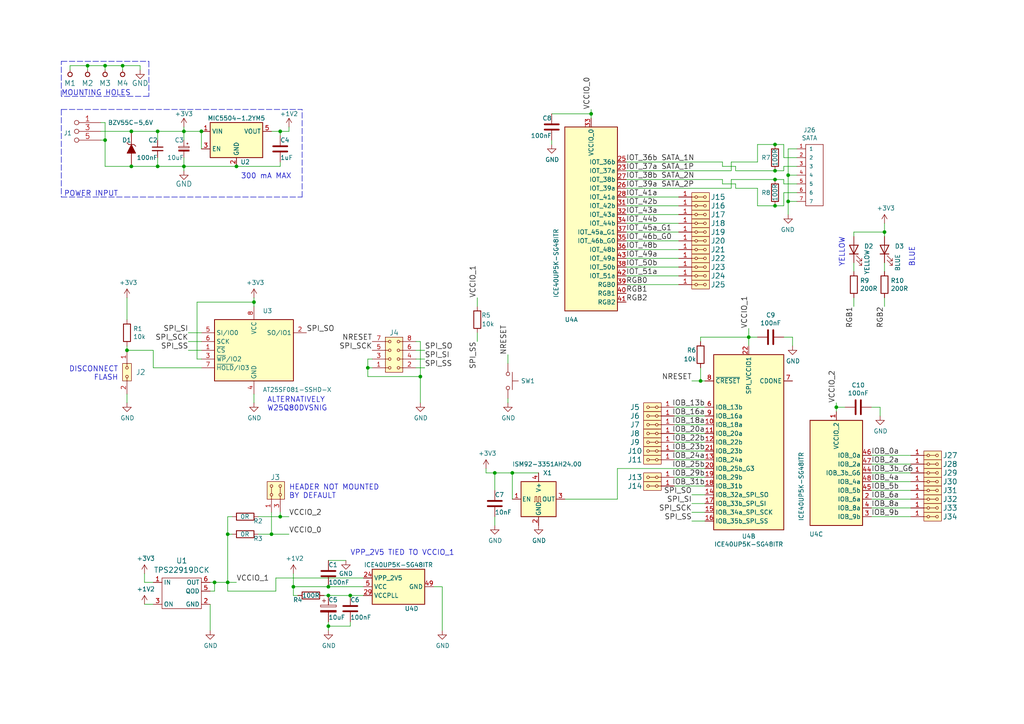
<source format=kicad_sch>
(kicad_sch (version 20211123) (generator eeschema)
  (paper "A4")
  (title_block (title "PROGLOG01A") (date "2022-02-13") (company "Mlab www.mlab.cz") (comment 1 "open source toolchain FPGA") (comment 3 "Povik"))
  (junction (at 95.25 172.72))
  (junction (at 217.17 97.79))
  (junction (at 106.68 106.68))
  (junction (at 256.54 67.31))
  (junction (at 148.59 137.16))
  (junction (at 228.6 58.42))
  (junction (at 95.25 170.18))
  (junction (at 81.28 38.1))
  (junction (at 53.34 38.1))
  (junction (at 38.1 38.1))
  (junction (at 62.23 168.91))
  (junction (at 171.45 33.02))
  (junction (at 228.6 50.8))
  (junction (at 143.51 137.16))
  (junction (at 25.4 19.05))
  (junction (at 36.83 101.6))
  (junction (at 224.79 49.53))
  (junction (at 35.56 19.05))
  (junction (at 224.79 41.91))
  (junction (at 66.04 168.91))
  (junction (at 85.09 170.18))
  (junction (at 38.1 48.26))
  (junction (at 224.79 59.69))
  (junction (at 45.72 48.26))
  (junction (at 81.28 149.86))
  (junction (at 78.74 154.94))
  (junction (at 73.66 87.63))
  (junction (at 30.48 19.05))
  (junction (at 30.48 40.64))
  (junction (at 68.58 48.26))
  (junction (at 101.6 172.72))
  (junction (at 95.25 181.61))
  (junction (at 66.04 154.94))
  (junction (at 45.72 38.1))
  (junction (at 224.79 52.07))
  (junction (at 121.92 109.22))
  (junction (at 242.57 118.11))
  (junction (at 58.42 38.1))
  (junction (at 203.2 110.49))
  (junction (at 53.34 48.26))
  (wire (pts (xy 58.42 99.06) (xy 54.61 99.06)))
  (wire (pts (xy 62.23 171.45) (xy 62.23 168.91)))
  (wire (pts (xy 229.87 97.79) (xy 229.87 100.33)))
  (wire (pts (xy 57.15 87.63) (xy 73.66 87.63)))
  (wire (pts (xy 181.61 49.53) (xy 212.09 49.53)))
  (wire (pts (xy 95.25 180.34) (xy 95.25 181.61)))
  (polyline (pts (xy 17.78 57.15) (xy 87.63 57.15)))
  (wire (pts (xy 30.48 20.32) (xy 30.48 19.05)))
  (polyline (pts (xy 43.18 27.94) (xy 17.78 27.94)))
  (wire (pts (xy 209.55 46.99) (xy 209.55 48.26)))
  (wire (pts (xy 40.64 20.32) (xy 40.64 19.05)))
  (wire (pts (xy 41.91 166.37) (xy 41.91 168.91)))
  (wire (pts (xy 66.04 154.94) (xy 67.31 154.94)))
  (wire (pts (xy 203.2 110.49) (xy 204.47 110.49)))
  (wire (pts (xy 204.47 133.35) (xy 195.58 133.35)))
  (wire (pts (xy 209.55 52.07) (xy 181.61 52.07)))
  (wire (pts (xy 227.33 41.91) (xy 224.79 41.91)))
  (wire (pts (xy 40.64 19.05) (xy 35.56 19.05)))
  (wire (pts (xy 247.65 67.31) (xy 247.65 68.58)))
  (wire (pts (xy 57.15 104.14) (xy 57.15 87.63)))
  (wire (pts (xy 209.55 53.34) (xy 213.36 53.34)))
  (wire (pts (xy 224.79 59.69) (xy 219.71 59.69)))
  (wire (pts (xy 252.73 118.11) (xy 255.27 118.11)))
  (wire (pts (xy 171.45 31.75) (xy 171.45 33.02)))
  (wire (pts (xy 93.98 172.72) (xy 95.25 172.72)))
  (wire (pts (xy 140.97 135.89) (xy 140.97 137.16)))
  (polyline (pts (xy 17.78 31.75) (xy 17.78 57.15)))
  (wire (pts (xy 85.09 166.37) (xy 85.09 170.18)))
  (wire (pts (xy 73.66 114.3) (xy 73.66 116.84)))
  (wire (pts (xy 228.6 58.42) (xy 231.14 58.42)))
  (wire (pts (xy 120.65 99.06) (xy 121.92 99.06)))
  (wire (pts (xy 181.61 80.01) (xy 196.85 80.01)))
  (wire (pts (xy 81.28 46.99) (xy 81.28 48.26)))
  (wire (pts (xy 45.72 48.26) (xy 53.34 48.26)))
  (wire (pts (xy 219.71 54.61) (xy 213.36 54.61)))
  (wire (pts (xy 95.25 181.61) (xy 101.6 181.61)))
  (wire (pts (xy 73.66 87.63) (xy 73.66 88.9)))
  (wire (pts (xy 256.54 86.36) (xy 256.54 88.9)))
  (wire (pts (xy 148.59 137.16) (xy 156.21 137.16)))
  (wire (pts (xy 181.61 62.23) (xy 196.85 62.23)))
  (wire (pts (xy 143.51 149.86) (xy 143.51 152.4)))
  (wire (pts (xy 20.32 19.05) (xy 20.32 20.32)))
  (wire (pts (xy 125.73 170.18) (xy 128.27 170.18)))
  (wire (pts (xy 29.21 38.1) (xy 38.1 38.1)))
  (wire (pts (xy 195.58 120.65) (xy 204.47 120.65)))
  (wire (pts (xy 227.33 49.53) (xy 227.33 48.26)))
  (wire (pts (xy 252.73 147.32) (xy 264.16 147.32)))
  (wire (pts (xy 203.2 99.06) (xy 203.2 97.79)))
  (wire (pts (xy 195.58 123.19) (xy 204.47 123.19)))
  (wire (pts (xy 78.74 148.59) (xy 78.74 154.94)))
  (wire (pts (xy 66.04 149.86) (xy 66.04 154.94)))
  (wire (pts (xy 147.32 115.57) (xy 147.32 116.84)))
  (wire (pts (xy 195.58 130.81) (xy 204.47 130.81)))
  (wire (pts (xy 73.66 87.63) (xy 73.66 86.36)))
  (wire (pts (xy 227.33 97.79) (xy 229.87 97.79)))
  (wire (pts (xy 181.61 74.93) (xy 196.85 74.93)))
  (wire (pts (xy 247.65 76.2) (xy 247.65 78.74)))
  (wire (pts (xy 181.61 77.47) (xy 196.85 77.47)))
  (wire (pts (xy 181.61 67.31) (xy 196.85 67.31)))
  (wire (pts (xy 120.65 101.6) (xy 123.19 101.6)))
  (wire (pts (xy 85.09 170.18) (xy 85.09 172.72)))
  (wire (pts (xy 228.6 43.18) (xy 228.6 50.8)))
  (wire (pts (xy 101.6 181.61) (xy 101.6 180.34)))
  (wire (pts (xy 204.47 148.59) (xy 200.66 148.59)))
  (wire (pts (xy 227.33 45.72) (xy 227.33 41.91)))
  (wire (pts (xy 36.83 92.71) (xy 36.83 86.36)))
  (wire (pts (xy 53.34 36.83) (xy 53.34 38.1)))
  (wire (pts (xy 54.61 96.52) (xy 58.42 96.52)))
  (wire (pts (xy 38.1 48.26) (xy 45.72 48.26)))
  (wire (pts (xy 231.14 55.88) (xy 227.33 55.88)))
  (wire (pts (xy 203.2 106.68) (xy 203.2 110.49)))
  (wire (pts (xy 256.54 67.31) (xy 247.65 67.31)))
  (wire (pts (xy 224.79 49.53) (xy 227.33 49.53)))
  (wire (pts (xy 227.33 59.69) (xy 224.79 59.69)))
  (wire (pts (xy 80.01 167.64) (xy 105.41 167.64)))
  (wire (pts (xy 138.43 86.36) (xy 138.43 88.9)))
  (wire (pts (xy 264.16 144.78) (xy 252.73 144.78)))
  (wire (pts (xy 58.42 106.68) (xy 44.45 106.68)))
  (wire (pts (xy 204.47 146.05) (xy 200.66 146.05)))
  (wire (pts (xy 100.33 162.56) (xy 95.25 162.56)))
  (wire (pts (xy 35.56 19.05) (xy 30.48 19.05)))
  (wire (pts (xy 217.17 95.25) (xy 217.17 97.79)))
  (wire (pts (xy 35.56 20.32) (xy 35.56 19.05)))
  (wire (pts (xy 212.09 46.99) (xy 219.71 46.99)))
  (wire (pts (xy 58.42 43.18) (xy 58.42 38.1)))
  (wire (pts (xy 45.72 45.72) (xy 45.72 48.26)))
  (wire (pts (xy 242.57 116.84) (xy 242.57 118.11)))
  (wire (pts (xy 62.23 168.91) (xy 60.96 168.91)))
  (polyline (pts (xy 17.78 31.75) (xy 87.63 31.75)))
  (wire (pts (xy 106.68 106.68) (xy 107.95 106.68)))
  (wire (pts (xy 203.2 97.79) (xy 217.17 97.79)))
  (wire (pts (xy 121.92 99.06) (xy 121.92 109.22)))
  (wire (pts (xy 95.25 172.72) (xy 101.6 172.72)))
  (wire (pts (xy 181.61 82.55) (xy 196.85 82.55)))
  (wire (pts (xy 242.57 118.11) (xy 242.57 119.38)))
  (wire (pts (xy 53.34 48.26) (xy 68.58 48.26)))
  (wire (pts (xy 30.48 40.64) (xy 30.48 48.26)))
  (wire (pts (xy 217.17 97.79) (xy 217.17 100.33)))
  (wire (pts (xy 143.51 137.16) (xy 148.59 137.16)))
  (wire (pts (xy 60.96 175.26) (xy 60.96 182.88)))
  (wire (pts (xy 121.92 109.22) (xy 121.92 116.84)))
  (wire (pts (xy 45.72 38.1) (xy 53.34 38.1)))
  (wire (pts (xy 53.34 48.26) (xy 53.34 49.53)))
  (wire (pts (xy 44.45 106.68) (xy 44.45 101.6)))
  (wire (pts (xy 25.4 19.05) (xy 20.32 19.05)))
  (wire (pts (xy 181.61 46.99) (xy 209.55 46.99)))
  (wire (pts (xy 123.19 104.14) (xy 120.65 104.14)))
  (wire (pts (xy 25.4 20.32) (xy 25.4 19.05)))
  (wire (pts (xy 181.61 69.85) (xy 196.85 69.85)))
  (polyline (pts (xy 17.78 27.94) (xy 17.78 17.78)))
  (wire (pts (xy 81.28 38.1) (xy 81.28 39.37)))
  (wire (pts (xy 38.1 38.1) (xy 45.72 38.1)))
  (wire (pts (xy 120.65 106.68) (xy 123.19 106.68)))
  (wire (pts (xy 147.32 105.41) (xy 147.32 102.87)))
  (wire (pts (xy 181.61 59.69) (xy 196.85 59.69)))
  (wire (pts (xy 45.72 38.1) (xy 45.72 40.64)))
  (wire (pts (xy 227.33 48.26) (xy 231.14 48.26)))
  (wire (pts (xy 160.02 40.64) (xy 160.02 41.91)))
  (wire (pts (xy 121.92 109.22) (xy 106.68 109.22)))
  (wire (pts (xy 107.95 104.14) (xy 106.68 104.14)))
  (wire (pts (xy 252.73 137.16) (xy 264.16 137.16)))
  (wire (pts (xy 217.17 97.79) (xy 219.71 97.79)))
  (wire (pts (xy 231.14 45.72) (xy 227.33 45.72)))
  (wire (pts (xy 74.93 154.94) (xy 78.74 154.94)))
  (wire (pts (xy 30.48 19.05) (xy 25.4 19.05)))
  (wire (pts (xy 200.66 110.49) (xy 203.2 110.49)))
  (wire (pts (xy 66.04 149.86) (xy 67.31 149.86)))
  (wire (pts (xy 256.54 67.31) (xy 256.54 68.58)))
  (wire (pts (xy 179.07 135.89) (xy 204.47 135.89)))
  (wire (pts (xy 255.27 118.11) (xy 255.27 120.65)))
  (wire (pts (xy 264.16 134.62) (xy 252.73 134.62)))
  (wire (pts (xy 53.34 45.72) (xy 53.34 48.26)))
  (wire (pts (xy 204.47 151.13) (xy 200.66 151.13)))
  (wire (pts (xy 247.65 86.36) (xy 247.65 88.9)))
  (wire (pts (xy 213.36 53.34) (xy 213.36 54.61)))
  (wire (pts (xy 231.14 53.34) (xy 227.33 53.34)))
  (polyline (pts (xy 43.18 17.78) (xy 43.18 27.94)))
  (wire (pts (xy 74.93 149.86) (xy 81.28 149.86)))
  (wire (pts (xy 256.54 64.77) (xy 256.54 67.31)))
  (wire (pts (xy 219.71 59.69) (xy 219.71 54.61)))
  (wire (pts (xy 29.21 40.64) (xy 30.48 40.64)))
  (wire (pts (xy 81.28 38.1) (xy 83.82 38.1)))
  (wire (pts (xy 41.91 168.91) (xy 44.45 168.91)))
  (wire (pts (xy 128.27 170.18) (xy 128.27 182.88)))
  (wire (pts (xy 181.61 54.61) (xy 212.09 54.61)))
  (wire (pts (xy 228.6 50.8) (xy 228.6 58.42)))
  (wire (pts (xy 54.61 101.6) (xy 58.42 101.6)))
  (wire (pts (xy 143.51 142.24) (xy 143.51 137.16)))
  (wire (pts (xy 66.04 168.91) (xy 66.04 171.45)))
  (wire (pts (xy 66.04 168.91) (xy 66.04 154.94)))
  (wire (pts (xy 80.01 171.45) (xy 66.04 171.45)))
  (wire (pts (xy 101.6 172.72) (xy 105.41 172.72)))
  (wire (pts (xy 212.09 52.07) (xy 212.09 54.61)))
  (wire (pts (xy 30.48 48.26) (xy 38.1 48.26)))
  (wire (pts (xy 264.16 149.86) (xy 252.73 149.86)))
  (wire (pts (xy 209.55 52.07) (xy 209.55 53.34)))
  (wire (pts (xy 160.02 33.02) (xy 171.45 33.02)))
  (wire (pts (xy 53.34 38.1) (xy 53.34 40.64)))
  (wire (pts (xy 95.25 181.61) (xy 95.25 182.88)))
  (wire (pts (xy 204.47 143.51) (xy 200.66 143.51)))
  (wire (pts (xy 228.6 50.8) (xy 231.14 50.8)))
  (wire (pts (xy 228.6 58.42) (xy 228.6 62.23)))
  (wire (pts (xy 227.33 55.88) (xy 227.33 59.69)))
  (polyline (pts (xy 17.78 17.78) (xy 43.18 17.78)))
  (wire (pts (xy 209.55 48.26) (xy 213.36 48.26)))
  (wire (pts (xy 85.09 172.72) (xy 86.36 172.72)))
  (wire (pts (xy 195.58 138.43) (xy 204.47 138.43)))
  (wire (pts (xy 224.79 41.91) (xy 219.71 41.91)))
  (wire (pts (xy 36.83 100.33) (xy 36.83 101.6)))
  (wire (pts (xy 85.09 170.18) (xy 95.25 170.18)))
  (wire (pts (xy 252.73 132.08) (xy 264.16 132.08)))
  (wire (pts (xy 195.58 140.97) (xy 204.47 140.97)))
  (wire (pts (xy 181.61 64.77) (xy 196.85 64.77)))
  (wire (pts (xy 264.16 139.7) (xy 252.73 139.7)))
  (wire (pts (xy 58.42 104.14) (xy 57.15 104.14)))
  (wire (pts (xy 181.61 57.15) (xy 196.85 57.15)))
  (wire (pts (xy 66.04 168.91) (xy 68.58 168.91)))
  (wire (pts (xy 30.48 35.56) (xy 30.48 40.64)))
  (wire (pts (xy 227.33 53.34) (xy 227.33 52.07)))
  (wire (pts (xy 204.47 128.27) (xy 195.58 128.27)))
  (wire (pts (xy 163.83 144.78) (xy 179.07 144.78)))
  (wire (pts (xy 44.45 101.6) (xy 36.83 101.6)))
  (wire (pts (xy 179.07 144.78) (xy 179.07 135.89)))
  (wire (pts (xy 143.51 137.16) (xy 140.97 137.16)))
  (wire (pts (xy 68.58 48.26) (xy 81.28 48.26)))
  (wire (pts (xy 106.68 109.22) (xy 106.68 106.68)))
  (wire (pts (xy 29.21 35.56) (xy 30.48 35.56)))
  (wire (pts (xy 181.61 72.39) (xy 196.85 72.39)))
  (wire (pts (xy 78.74 38.1) (xy 81.28 38.1)))
  (wire (pts (xy 256.54 76.2) (xy 256.54 78.74)))
  (wire (pts (xy 62.23 168.91) (xy 66.04 168.91)))
  (wire (pts (xy 171.45 33.02) (xy 171.45 34.29)))
  (wire (pts (xy 212.09 52.07) (xy 224.79 52.07)))
  (wire (pts (xy 213.36 48.26) (xy 213.36 49.53)))
  (wire (pts (xy 224.79 49.53) (xy 213.36 49.53)))
  (wire (pts (xy 195.58 125.73) (xy 204.47 125.73)))
  (wire (pts (xy 78.74 154.94) (xy 83.82 154.94)))
  (wire (pts (xy 106.68 104.14) (xy 106.68 106.68)))
  (wire (pts (xy 245.11 118.11) (xy 242.57 118.11)))
  (wire (pts (xy 41.91 175.26) (xy 44.45 175.26)))
  (polyline (pts (xy 87.63 57.15) (xy 87.63 31.75)))
  (wire (pts (xy 212.09 46.99) (xy 212.09 49.53)))
  (wire (pts (xy 219.71 41.91) (xy 219.71 46.99)))
  (wire (pts (xy 53.34 38.1) (xy 58.42 38.1)))
  (wire (pts (xy 36.83 114.3) (xy 36.83 116.84)))
  (wire (pts (xy 83.82 38.1) (xy 83.82 36.83)))
  (wire (pts (xy 195.58 118.11) (xy 204.47 118.11)))
  (wire (pts (xy 80.01 171.45) (xy 80.01 167.64)))
  (wire (pts (xy 227.33 52.07) (xy 224.79 52.07)))
  (wire (pts (xy 81.28 149.86) (xy 83.82 149.86)))
  (wire (pts (xy 138.43 96.52) (xy 138.43 99.06)))
  (wire (pts (xy 231.14 43.18) (xy 228.6 43.18)))
  (wire (pts (xy 60.96 171.45) (xy 62.23 171.45)))
  (wire (pts (xy 252.73 142.24) (xy 264.16 142.24)))
  (wire (pts (xy 148.59 137.16) (xy 148.59 144.78)))
  (wire (pts (xy 95.25 170.18) (xy 105.41 170.18)))
  (wire (pts (xy 81.28 149.86) (xy 81.28 148.59)))
  (text "HEADER NOT MOUNTED\nBY DEFAULT" (at 83.82 144.78 0) (effects (font (size 1.524 1.524)) (justify left bottom)))
  (text "VPP_2V5 TIED TO VCCIO_1" (at 101.6 161.29 0) (effects (font (size 1.524 1.524)) (justify left bottom)))
  (text "BLUE" (at 265.43 77.47 90) (effects (font (size 1.524 1.524)) (justify left bottom)))
  (text "MOUNTING HOLES" (at 17.78 27.94 0) (effects (font (size 1.524 1.524)) (justify left bottom)))
  (text "DISCONNECT\nFLASH" (at 34.29 110.49 180) (effects (font (size 1.524 1.524)) (justify right bottom)))
  (text "300 mA MAX" (at 69.85 52.07 0) (effects (font (size 1.524 1.524)) (justify left bottom)))
  (text "YELLOW" (at 245.11 77.47 90) (effects (font (size 1.524 1.524)) (justify left bottom)))
  (text "POWER INPUT" (at 34.29 57.15 180) (effects (font (size 1.524 1.524)) (justify right bottom)))
  (text "ALTERNATIVELY\nW25Q80DVSNIG" (at 77.47 119.38 0) (effects (font (size 1.524 1.524)) (justify left bottom)))
  (label "NRESET" (at 107.95 99.06 180) (effects (font (size 1.524 1.524))))
  (label "IOB_31b" (at 204.47 140.97 180) (effects (font (size 1.524 1.524))))
  (label "IOT_39a" (at 181.61 54.61 0) (effects (font (size 1.524 1.524))))
  (label "RGB2" (at 181.61 87.63 0) (effects (font (size 1.524 1.524))))
  (label "IOT_46b_G0" (at 181.61 69.85 0) (effects (font (size 1.524 1.524))))
  (label "RGB0" (at 181.61 82.55 0) (effects (font (size 1.524 1.524))))
  (label "IOB_4a" (at 252.73 139.7 0) (effects (font (size 1.524 1.524))))
  (label "IOT_38b" (at 181.61 52.07 0) (effects (font (size 1.524 1.524))))
  (label "SPI_SS" (at 54.61 101.6 180) (effects (font (size 1.524 1.524))))
  (label "IOB_5b" (at 252.73 142.24 0) (effects (font (size 1.524 1.524))))
  (label "NRESET" (at 200.66 110.49 180) (effects (font (size 1.524 1.524))))
  (label "IOT_49a" (at 181.61 74.93 0) (effects (font (size 1.524 1.524))))
  (label "IOB_9b" (at 252.73 149.86 0) (effects (font (size 1.524 1.524))))
  (label "IOT_44b" (at 181.61 64.77 0) (effects (font (size 1.524 1.524))))
  (label "SATA_2P" (at 191.77 54.61 0) (effects (font (size 1.524 1.524))))
  (label "IOB_25b" (at 204.47 135.89 180) (effects (font (size 1.524 1.524))))
  (label "IOB_24a" (at 204.47 133.35 180) (effects (font (size 1.524 1.524))))
  (label "IOB_13b" (at 204.47 118.11 180) (effects (font (size 1.524 1.524))))
  (label "SPI_SO" (at 88.9 96.52 0) (effects (font (size 1.524 1.524))))
  (label "VCCIO_2" (at 242.57 116.84 90) (effects (font (size 1.524 1.524))))
  (label "IOB_8a" (at 252.73 147.32 0) (effects (font (size 1.524 1.524))))
  (label "IOT_45a_G1" (at 181.61 67.31 0) (effects (font (size 1.524 1.524))))
  (label "SATA_2N" (at 191.77 52.07 0) (effects (font (size 1.524 1.524))))
  (label "IOT_41a" (at 181.61 57.15 0) (effects (font (size 1.524 1.524))))
  (label "IOB_20a" (at 204.47 125.73 180) (effects (font (size 1.524 1.524))))
  (label "RGB2" (at 256.54 88.9 270) (effects (font (size 1.524 1.524))))
  (label "SATA_1P" (at 191.77 49.53 0) (effects (font (size 1.524 1.524))))
  (label "SPI_SI" (at 54.61 96.52 180) (effects (font (size 1.524 1.524))))
  (label "IOB_3b_G6" (at 252.73 137.16 0) (effects (font (size 1.524 1.524))))
  (label "IOB_22b" (at 204.47 128.27 180) (effects (font (size 1.524 1.524))))
  (label "IOT_36b" (at 181.61 46.99 0) (effects (font (size 1.524 1.524))))
  (label "RGB1" (at 181.61 85.09 0) (effects (font (size 1.524 1.524))))
  (label "SPI_SCK" (at 107.95 101.6 180) (effects (font (size 1.524 1.524))))
  (label "SPI_SS" (at 138.43 99.06 270) (effects (font (size 1.524 1.524))))
  (label "IOT_37a" (at 181.61 49.53 0) (effects (font (size 1.524 1.524))))
  (label "NRESET" (at 147.32 102.87 90) (effects (font (size 1.524 1.524))))
  (label "VCCIO_0" (at 171.45 31.75 90) (effects (font (size 1.524 1.524))))
  (label "IOB_23b" (at 204.47 130.81 180) (effects (font (size 1.524 1.524))))
  (label "VCCIO_1" (at 138.43 86.36 90) (effects (font (size 1.524 1.524))))
  (label "IOT_51a" (at 181.61 80.01 0) (effects (font (size 1.524 1.524))))
  (label "VCCIO_0" (at 83.82 154.94 0) (effects (font (size 1.524 1.524))))
  (label "IOT_50b" (at 181.61 77.47 0) (effects (font (size 1.524 1.524))))
  (label "SPI_SO" (at 200.66 143.51 180) (effects (font (size 1.524 1.524))))
  (label "VCCIO_1" (at 68.58 168.91 0) (effects (font (size 1.524 1.524))))
  (label "IOB_18a" (at 204.47 123.19 180) (effects (font (size 1.524 1.524))))
  (label "VCCIO_2" (at 83.82 149.86 0) (effects (font (size 1.524 1.524))))
  (label "IOB_16a" (at 204.47 120.65 180) (effects (font (size 1.524 1.524))))
  (label "IOB_29b" (at 204.47 138.43 180) (effects (font (size 1.524 1.524))))
  (label "IOT_43a" (at 181.61 62.23 0) (effects (font (size 1.524 1.524))))
  (label "SPI_SO" (at 123.19 101.6 0) (effects (font (size 1.524 1.524))))
  (label "SPI_SS" (at 200.66 151.13 180) (effects (font (size 1.524 1.524))))
  (label "IOT_42b" (at 181.61 59.69 0) (effects (font (size 1.524 1.524))))
  (label "SATA_1N" (at 191.77 46.99 0) (effects (font (size 1.524 1.524))))
  (label "SPI_SI" (at 123.19 104.14 0) (effects (font (size 1.524 1.524))))
  (label "SPI_SS" (at 123.19 106.68 0) (effects (font (size 1.524 1.524))))
  (label "VCCIO_1" (at 217.17 95.25 90) (effects (font (size 1.524 1.524))))
  (label "SPI_SI" (at 200.66 146.05 180) (effects (font (size 1.524 1.524))))
  (label "SPI_SCK" (at 54.61 99.06 180) (effects (font (size 1.524 1.524))))
  (label "IOT_48b" (at 181.61 72.39 0) (effects (font (size 1.524 1.524))))
  (label "IOB_6a" (at 252.73 144.78 0) (effects (font (size 1.524 1.524))))
  (label "IOB_2a" (at 252.73 134.62 0) (effects (font (size 1.524 1.524))))
  (label "IOB_0a" (at 252.73 132.08 0) (effects (font (size 1.524 1.524))))
  (label "SPI_SCK" (at 200.66 148.59 180) (effects (font (size 1.524 1.524))))
  (label "RGB1" (at 247.65 88.9 270) (effects (font (size 1.524 1.524))))
  (symbol (lib_id "power:GND") (at 53.34 49.53 0) (mirror y) (unit 1)
    (property "Reference" "#PWR08" (effects hide))
    (property "Value" "GND" (at 53.34 53.34 0) (effects (font (size 1.524 1.524))))
  )
  (symbol (lib_id "MLAB_MECHANICAL:HOLE") (at 20.32 21.59 90) (unit 1)
    (property "Reference" "M1" (at 20.32 24.13 90) (effects (font (size 1.524 1.524))))
    (property "Value" "HOLE" (effects hide))
    (property "Footprint" "Mlab_Mechanical:MountingHole_3mm" (effects hide))
  )
  (symbol (lib_id "MLAB_MECHANICAL:HOLE") (at 25.4 21.59 90) (unit 1)
    (property "Reference" "M2" (at 25.4 24.13 90) (effects (font (size 1.524 1.524))))
    (property "Value" "HOLE" (effects hide))
    (property "Footprint" "Mlab_Mechanical:MountingHole_3mm" (effects hide))
  )
  (symbol (lib_id "MLAB_MECHANICAL:HOLE") (at 30.48 21.59 90) (unit 1)
    (property "Reference" "M3" (at 30.48 24.13 90) (effects (font (size 1.524 1.524))))
    (property "Value" "HOLE" (effects hide))
    (property "Footprint" "Mlab_Mechanical:MountingHole_3mm" (effects hide))
  )
  (symbol (lib_id "MLAB_MECHANICAL:HOLE") (at 35.56 21.59 90) (unit 1)
    (property "Reference" "M4" (at 35.56 24.13 90) (effects (font (size 1.524 1.524))))
    (property "Value" "HOLE" (effects hide))
    (property "Footprint" "Mlab_Mechanical:MountingHole_3mm" (effects hide))
  )
  (symbol (lib_id "power:GND") (at 40.64 20.32 0) (unit 1)
    (property "Reference" "#PWR05" (effects hide))
    (property "Value" "GND" (at 40.64 24.13 0) (effects (font (size 1.524 1.524))))
  )
  (symbol (lib_id "Device:C_Small") (at 45.72 43.18 0) (mirror y) (unit 1)
    (property "Reference" "C2" (at 45.72 40.64 0) (effects (justify left)))
    (property "Value" "100nF" (at 45.72 45.72 0) (effects (justify left)))
    (property "Footprint" "Mlab_R:SMD-0805" (effects hide))
    (property "UST_id" "C0805_100n" (effects hide))
    (property "UST_ID" "5c70984712875079b91f8b4c" (effects hide))
  )
  (symbol (lib_id "Device:CP_Small") (at 53.34 43.18 0) (mirror y) (unit 1)
    (property "Reference" "C3" (at 53.34 40.64 0) (effects (justify left)))
    (property "Value" "10uF" (at 53.34 45.72 0) (effects (justify left)))
    (property "Footprint" "Mlab_R:SMD-0805" (effects hide))
    (property "UST_ID" "5c70984812875079b91f8bbd" (effects hide))
  )
  (symbol (lib_id "MLAB_Jumpers:JUMP_3X2") (at 19.05 39.37 0) (mirror y) (unit 1)
    (property "Reference" "J1" (at 20.8534 38.608 0) (effects (justify left)))
    (property "Value" "JUMP_3X2" (effects hide))
    (property "Footprint" "Mlab_Pin_Headers:Straight_2x03" (effects hide))
  )
  (symbol (lib_id "MLAB_D:D_ZENER") (at 38.1 43.18 90) (mirror x) (unit 1)
    (property "Reference" "D1" (at 38.1 40.64 90) (effects (justify left)))
    (property "Value" "BZV55C-5,6V" (at 44.45 35.56 90) (effects (justify left)))
    (property "Footprint" "Mlab_D:Diode-MiniMELF_Standard" (effects hide))
    (property "UST_ID" "5c70984512875079b91f88b2" (effects hide))
  )
  (symbol (lib_id "PROGLOG01A-rescue:ICE40UP5K-SG48ITR-FPGA_Lattice") (at 171.45 62.23 0) (mirror y) (unit 1)
    (property "Reference" "U4" (at 167.64 92.71 0) (effects (justify left)))
    (property "Value" "ICE40UP5K-SG48ITR" (at 161.29 86.36 90) (effects (justify left)))
    (property "Footprint" "Package_DFN_QFN:QFN-48-1EP_7x7mm_P0.5mm_EP5.6x5.6mm" (effects hide))
    (property "Datasheet" "http://www.latticesemi.com/Products/FPGAandCPLD/iCE40Ultra" (effects hide))
    (property "UST_ID" "5dc504cb128750448eca1b12" (effects hide))
  )
  (symbol (lib_id "PROGLOG01A-rescue:ICE40UP5K-SG48ITR-FPGA_Lattice") (at 217.17 128.27 0) (unit 2)
    (property "Reference" "U4" (at 217.17 155.5496 0))
    (property "Value" "ICE40UP5K-SG48ITR" (at 217.17 157.861 0))
    (property "Footprint" "Package_DFN_QFN:QFN-48-1EP_7x7mm_P0.5mm_EP5.6x5.6mm" (effects hide))
    (property "Datasheet" "http://www.latticesemi.com/Products/FPGAandCPLD/iCE40Ultra" (effects hide))
    (property "UST_ID" "5dc504cb128750448eca1b12" (effects hide))
  )
  (symbol (lib_id "PROGLOG01A-rescue:ICE40UP5K-SG48ITR-FPGA_Lattice") (at 242.57 137.16 0) (mirror y) (unit 3)
    (property "Reference" "U4" (at 238.76 154.94 0) (effects (justify left)))
    (property "Value" "ICE40UP5K-SG48ITR" (at 232.41 151.13 90) (effects (justify left)))
    (property "Footprint" "Package_DFN_QFN:QFN-48-1EP_7x7mm_P0.5mm_EP5.6x5.6mm" (effects hide))
    (property "Datasheet" "http://www.latticesemi.com/Products/FPGAandCPLD/iCE40Ultra" (effects hide))
    (property "UST_ID" "5dc504cb128750448eca1b12" (effects hide))
  )
  (symbol (lib_id "PROGLOG01A-rescue:ICE40UP5K-SG48ITR-FPGA_Lattice") (at 115.57 170.18 90) (mirror x) (unit 4)
    (property "Reference" "U4" (at 119.38 176.53 90))
    (property "Value" "ICE40UP5K-SG48ITR" (at 115.57 163.83 90))
    (property "Footprint" "Package_DFN_QFN:QFN-48-1EP_7x7mm_P0.5mm_EP5.6x5.6mm" (effects hide))
    (property "Datasheet" "http://www.latticesemi.com/Products/FPGAandCPLD/iCE40Ultra" (effects hide))
    (property "UST_ID" "5dc504cb128750448eca1b12" (effects hide))
  )
  (symbol (lib_id "power:+1V2") (at 85.09 166.37 0) (unit 1)
    (property "Reference" "#PWR013" (effects hide))
    (property "Value" "+1V2" (at 85.471 161.9758 0))
  )
  (symbol (lib_id "Device:R") (at 90.17 172.72 270) (unit 1)
    (property "Reference" "R4" (at 86.36 173.99 90))
    (property "Value" "100R" (at 90.17 172.72 90))
    (property "Footprint" "Mlab_R:SMD-0805" (effects hide))
    (property "UST_ID" "5c70984512875079b91f8977" (effects hide))
  )
  (symbol (lib_id "Device:C") (at 101.6 176.53 0) (unit 1)
    (property "Reference" "C6" (at 101.6 173.99 0) (effects (justify left)))
    (property "Value" "100nF" (at 101.6 179.07 0) (effects (justify left)))
    (property "Footprint" "Mlab_R:SMD-0805" (effects hide))
    (property "UST_ID" "5c70984712875079b91f8b4c" (effects hide))
  )
  (symbol (lib_id "power:GND") (at 95.25 182.88 0) (unit 1)
    (property "Reference" "#PWR014" (effects hide))
    (property "Value" "GND" (at 95.377 187.2742 0))
  )
  (symbol (lib_id "power:GND") (at 128.27 182.88 0) (unit 1)
    (property "Reference" "#PWR016" (effects hide))
    (property "Value" "GND" (at 128.397 187.2742 0))
  )
  (symbol (lib_id "power:+3V3") (at 256.54 64.77 0) (unit 1)
    (property "Reference" "#PWR022" (effects hide))
    (property "Value" "+3V3" (at 256.921 60.3758 0))
  )
  (symbol (lib_id "Device:LED") (at 256.54 72.39 90) (unit 1)
    (property "Reference" "D3" (at 259.5118 71.4248 90) (effects (justify right)))
    (property "Value" "BLUE" (at 260.35 73.66 0) (effects (justify right)))
    (property "Footprint" "Mlab_D:LED_1206" (effects hide))
    (property "UST_ID" "5c70984512875079b91f8898" (effects hide))
  )
  (symbol (lib_id "Device:LED") (at 247.65 72.39 90) (unit 1)
    (property "Reference" "D2" (at 250.6218 71.4248 90) (effects (justify right)))
    (property "Value" "YELLOW" (at 251.46 72.39 0) (effects (justify right)))
    (property "Footprint" "Mlab_D:LED_1206" (effects hide))
    (property "UST_ID" "5c70984412875079b91f8897" (effects hide))
  )
  (symbol (lib_id "Device:R") (at 247.65 82.55 0) (unit 1)
    (property "Reference" "R9" (at 249.428 81.3816 0) (effects (justify left)))
    (property "Value" "200R" (at 249.428 83.693 0) (effects (justify left)))
    (property "Footprint" "Mlab_R:SMD-0805" (effects hide))
    (property "UST_ID" "5c70984512875079b91f897d" (effects hide))
  )
  (symbol (lib_id "Device:R") (at 256.54 82.55 0) (unit 1)
    (property "Reference" "R10" (at 258.318 81.3816 0) (effects (justify left)))
    (property "Value" "200R" (at 258.318 83.693 0) (effects (justify left)))
    (property "Footprint" "Mlab_R:SMD-0805" (effects hide))
    (property "UST_ID" "5c70984512875079b91f897d" (effects hide))
  )
  (symbol (lib_id "power:+3V3") (at 41.91 166.37 0) (unit 1)
    (property "Reference" "#PWR01" (effects hide))
    (property "Value" "+3V3" (at 42.291 161.9758 0))
  )
  (symbol (lib_id "power:GND") (at 60.96 182.88 0) (unit 1)
    (property "Reference" "#PWR09" (effects hide))
    (property "Value" "GND" (at 61.087 187.2742 0))
  )
  (symbol (lib_id "Device:R") (at 138.43 92.71 0) (unit 1)
    (property "Reference" "R5" (at 140.97 91.44 0))
    (property "Value" "10k" (at 139.7 93.98 0) (effects (justify left)))
    (property "Footprint" "Mlab_R:SMD-0805" (effects hide))
    (property "UST_ID" "5c70984612875079b91f899f" (effects hide))
  )
  (symbol (lib_id "MLAB_HEADER:HEADER_2x04") (at 114.3 102.87 0) (mirror x) (unit 1)
    (property "Reference" "J4" (at 114.3 96.52 0) (effects (font (size 1.524 1.524))))
    (property "Value" "HEADER_2x04" (effects hide))
    (property "Footprint" "Mlab_Pin_Headers:Straight_2x04" (effects hide))
  )
  (symbol (lib_id "Switch:SW_Push") (at 147.32 110.49 270) (unit 1)
    (property "Reference" "SW1" (at 151.0792 110.49 90) (effects (justify left)))
    (property "Value" "SW_Push" (effects hide))
    (property "Footprint" "Mlab_SW:SW_PUSH_SMALL" (effects hide))
    (property "UST_ID" "5c70984712875079b91f8ad1" (effects hide))
  )
  (symbol (lib_id "Device:R") (at 203.2 102.87 0) (unit 1)
    (property "Reference" "R6" (at 201.93 101.6 0) (effects (justify right)))
    (property "Value" "10k" (at 201.93 104.14 0) (effects (justify right)))
    (property "Footprint" "Mlab_R:SMD-0805" (effects hide))
    (property "UST_ID" "5c70984612875079b91f899f" (effects hide))
  )
  (symbol (lib_id "Oscillator:XO91") (at 156.21 144.78 0) (unit 1)
    (property "Reference" "X1" (at 157.48 137.16 0) (effects (justify left)))
    (property "Value" "ISM92-3351AH24.00" (at 148.59 134.62 0) (effects (justify left)))
    (property "Footprint" "Mlab_XTAL:ISM92" (effects hide))
    (property "Datasheet" "http://cdn-reichelt.de/documents/datenblatt/B400/XO91.pdf" (effects hide))
    (property "UST_ID" "5c70984712875079b91f8b18" (effects hide))
  )
  (symbol (lib_id "Device:C") (at 143.51 146.05 0) (unit 1)
    (property "Reference" "C7" (at 143.51 143.51 0) (effects (justify left)))
    (property "Value" "10nF" (at 143.51 148.59 0) (effects (justify left)))
    (property "Footprint" "Mlab_R:SMD-0805" (effects hide))
    (property "UST_ID" "5c70984712875079b91f8b49" (effects hide))
  )
  (symbol (lib_id "power:GND") (at 156.21 152.4 0) (unit 1)
    (property "Reference" "#PWR020" (effects hide))
    (property "Value" "GND" (at 156.337 156.7942 0))
  )
  (symbol (lib_id "power:GND") (at 143.51 152.4 0) (unit 1)
    (property "Reference" "#PWR018" (effects hide))
    (property "Value" "GND" (at 143.637 156.7942 0))
  )
  (symbol (lib_id "MLAB_HEADER:HEADER_2x01_PARALLEL") (at 203.2 57.15 0) (unit 1)
    (property "Reference" "J15" (at 208.28 57.15 0) (effects (font (size 1.524 1.524))))
    (property "Value" "HEADER_2x01_PARALLEL" (effects hide))
    (property "Footprint" "Mlab_Pin_Headers:Straight_2x01" (effects hide))
  )
  (symbol (lib_id "MLAB_HEADER:HEADER_2x01_PARALLEL") (at 203.2 59.69 0) (unit 1)
    (property "Reference" "J16" (at 208.28 59.69 0) (effects (font (size 1.524 1.524))))
    (property "Value" "HEADER_2x01_PARALLEL" (effects hide))
    (property "Footprint" "Mlab_Pin_Headers:Straight_2x01" (effects hide))
  )
  (symbol (lib_id "MLAB_HEADER:HEADER_2x01_PARALLEL") (at 203.2 62.23 0) (unit 1)
    (property "Reference" "J17" (at 208.28 62.23 0) (effects (font (size 1.524 1.524))))
    (property "Value" "HEADER_2x01_PARALLEL" (effects hide))
    (property "Footprint" "Mlab_Pin_Headers:Straight_2x01" (effects hide))
  )
  (symbol (lib_id "MLAB_HEADER:HEADER_2x01_PARALLEL") (at 203.2 64.77 0) (unit 1)
    (property "Reference" "J18" (at 208.28 64.77 0) (effects (font (size 1.524 1.524))))
    (property "Value" "HEADER_2x01_PARALLEL" (effects hide))
    (property "Footprint" "Mlab_Pin_Headers:Straight_2x01" (effects hide))
  )
  (symbol (lib_id "MLAB_HEADER:HEADER_2x01_PARALLEL") (at 203.2 67.31 0) (unit 1)
    (property "Reference" "J19" (at 208.28 67.31 0) (effects (font (size 1.524 1.524))))
    (property "Value" "HEADER_2x01_PARALLEL" (effects hide))
    (property "Footprint" "Mlab_Pin_Headers:Straight_2x01" (effects hide))
  )
  (symbol (lib_id "MLAB_HEADER:HEADER_2x01_PARALLEL") (at 203.2 69.85 0) (unit 1)
    (property "Reference" "J20" (at 208.28 69.85 0) (effects (font (size 1.524 1.524))))
    (property "Value" "HEADER_2x01_PARALLEL" (effects hide))
    (property "Footprint" "Mlab_Pin_Headers:Straight_2x01" (effects hide))
  )
  (symbol (lib_id "MLAB_HEADER:HEADER_2x01_PARALLEL") (at 203.2 72.39 0) (unit 1)
    (property "Reference" "J21" (at 208.28 72.39 0) (effects (font (size 1.524 1.524))))
    (property "Value" "HEADER_2x01_PARALLEL" (effects hide))
    (property "Footprint" "Mlab_Pin_Headers:Straight_2x01" (effects hide))
  )
  (symbol (lib_id "MLAB_HEADER:HEADER_2x01_PARALLEL") (at 203.2 74.93 0) (unit 1)
    (property "Reference" "J22" (at 208.28 74.93 0) (effects (font (size 1.524 1.524))))
    (property "Value" "HEADER_2x01_PARALLEL" (effects hide))
    (property "Footprint" "Mlab_Pin_Headers:Straight_2x01" (effects hide))
  )
  (symbol (lib_id "MLAB_HEADER:HEADER_2x01_PARALLEL") (at 203.2 77.47 0) (unit 1)
    (property "Reference" "J23" (at 208.28 77.47 0) (effects (font (size 1.524 1.524))))
    (property "Value" "HEADER_2x01_PARALLEL" (effects hide))
    (property "Footprint" "Mlab_Pin_Headers:Straight_2x01" (effects hide))
  )
  (symbol (lib_id "MLAB_HEADER:HEADER_2x01_PARALLEL") (at 203.2 80.01 0) (unit 1)
    (property "Reference" "J24" (at 208.28 80.01 0) (effects (font (size 1.524 1.524))))
    (property "Value" "HEADER_2x01_PARALLEL" (effects hide))
    (property "Footprint" "Mlab_Pin_Headers:Straight_2x01" (effects hide))
  )
  (symbol (lib_id "MLAB_HEADER:HEADER_2x01_PARALLEL") (at 203.2 82.55 0) (unit 1)
    (property "Reference" "J25" (at 208.28 82.55 0) (effects (font (size 1.524 1.524))))
    (property "Value" "HEADER_2x01_PARALLEL" (effects hide))
    (property "Footprint" "Mlab_Pin_Headers:Straight_2x01" (effects hide))
  )
  (symbol (lib_id "MLAB_HEADER:HEADER_2x01_PARALLEL") (at 270.51 132.08 0) (unit 1)
    (property "Reference" "J27" (at 275.59 132.08 0) (effects (font (size 1.524 1.524))))
    (property "Value" "HEADER_2x01_PARALLEL" (effects hide))
    (property "Footprint" "Mlab_Pin_Headers:Straight_2x01" (effects hide))
  )
  (symbol (lib_id "MLAB_HEADER:HEADER_2x01_PARALLEL") (at 270.51 134.62 0) (unit 1)
    (property "Reference" "J28" (at 275.59 134.62 0) (effects (font (size 1.524 1.524))))
    (property "Value" "HEADER_2x01_PARALLEL" (effects hide))
    (property "Footprint" "Mlab_Pin_Headers:Straight_2x01" (effects hide))
  )
  (symbol (lib_id "power:+3V3") (at 53.34 36.83 0) (mirror y) (unit 1)
    (property "Reference" "#PWR07" (effects hide))
    (property "Value" "+3V3" (at 53.34 33.02 0))
  )
  (symbol (lib_id "Device:C") (at 160.02 36.83 0) (unit 1)
    (property "Reference" "C8" (at 160.02 34.29 0) (effects (justify right)))
    (property "Value" "100nF" (at 160.02 39.37 0) (effects (justify right)))
    (property "Footprint" "Mlab_R:SMD-0805" (effects hide))
    (property "UST_ID" "5c70984712875079b91f8b4c" (effects hide))
  )
  (symbol (lib_id "power:GND") (at 160.02 41.91 0) (unit 1)
    (property "Reference" "#PWR0101" (effects hide))
    (property "Value" "GND" (at 160.147 46.3042 0))
  )
  (symbol (lib_id "Device:C") (at 223.52 97.79 270) (unit 1)
    (property "Reference" "C9" (at 223.52 91.3892 90))
    (property "Value" "100nF" (at 223.52 93.7006 90))
    (property "Footprint" "Mlab_R:SMD-0805" (effects hide))
    (property "UST_ID" "5c70984712875079b91f8b4c" (effects hide))
  )
  (symbol (lib_id "Regulator_Linear:MIC5504-1.2YM5") (at 68.58 40.64 0) (unit 1)
    (property "Reference" "U2" (at 71.12 46.99 0))
    (property "Value" "MIC5504-1.2YM5" (at 68.58 34.29 0))
    (property "Footprint" "Package_TO_SOT_SMD:SOT-23-5_HandSoldering" (effects hide))
    (property "Datasheet" "http://ww1.microchip.com/downloads/en/DeviceDoc/MIC550X.pdf" (effects hide))
    (property "UST_ID" "5dc5036e128750448eca1af0" (effects hide))
  )
  (symbol (lib_id "Device:C") (at 95.25 166.37 0) (unit 1)
    (property "Reference" "C1" (at 95.25 163.83 0) (effects (justify left)))
    (property "Value" "100nF" (at 95.25 168.91 0) (effects (justify left)))
    (property "Footprint" "Mlab_R:SMD-0805" (effects hide))
    (property "UST_ID" "5c70984712875079b91f8b4c" (effects hide))
  )
  (symbol (lib_id "power:GND") (at 100.33 162.56 0) (unit 1)
    (property "Reference" "#PWR02" (effects hide))
    (property "Value" "GND" (at 100.33 166.37 0))
  )
  (symbol (lib_id "power:+1V2") (at 83.82 36.83 0) (unit 1)
    (property "Reference" "#PWR012" (effects hide))
    (property "Value" "+1V2" (at 83.82 33.02 0))
  )
  (symbol (lib_id "Device:C") (at 81.28 43.18 0) (unit 1)
    (property "Reference" "C4" (at 81.28 40.64 0) (effects (justify left)))
    (property "Value" "1uF" (at 81.28 45.72 0) (effects (justify left)))
    (property "Footprint" "Mlab_R:SMD-0805" (effects hide))
    (property "UST_ID" "5c70984812875079b91f8bc2" (effects hide))
  )
  (symbol (lib_id "power:GND") (at 229.87 100.33 0) (unit 1)
    (property "Reference" "#PWR0102" (effects hide))
    (property "Value" "GND" (at 229.997 104.7242 0))
  )
  (symbol (lib_id "Device:C") (at 248.92 118.11 270) (unit 1)
    (property "Reference" "C10" (at 248.92 111.7092 90))
    (property "Value" "100nF" (at 248.92 114.0206 90))
    (property "Footprint" "Mlab_R:SMD-0805" (effects hide))
    (property "UST_ID" "5c70984712875079b91f8b4c" (effects hide))
  )
  (symbol (lib_id "power:GND") (at 255.27 120.65 0) (unit 1)
    (property "Reference" "#PWR0103" (effects hide))
    (property "Value" "GND" (at 255.397 125.0442 0))
  )
  (symbol (lib_id "MLAB_HEADER:HEADER_2x01_PARALLEL") (at 270.51 137.16 0) (unit 1)
    (property "Reference" "J29" (at 275.59 137.16 0) (effects (font (size 1.524 1.524))))
    (property "Value" "HEADER_2x01_PARALLEL" (effects hide))
    (property "Footprint" "Mlab_Pin_Headers:Straight_2x01" (effects hide))
  )
  (symbol (lib_id "MLAB_HEADER:HEADER_2x01_PARALLEL") (at 270.51 139.7 0) (unit 1)
    (property "Reference" "J30" (at 275.59 139.7 0) (effects (font (size 1.524 1.524))))
    (property "Value" "HEADER_2x01_PARALLEL" (effects hide))
    (property "Footprint" "Mlab_Pin_Headers:Straight_2x01" (effects hide))
  )
  (symbol (lib_id "MLAB_HEADER:HEADER_2x01_PARALLEL") (at 270.51 142.24 0) (unit 1)
    (property "Reference" "J31" (at 275.59 142.24 0) (effects (font (size 1.524 1.524))))
    (property "Value" "HEADER_2x01_PARALLEL" (effects hide))
    (property "Footprint" "Mlab_Pin_Headers:Straight_2x01" (effects hide))
  )
  (symbol (lib_id "MLAB_HEADER:HEADER_2x01_PARALLEL") (at 270.51 144.78 0) (unit 1)
    (property "Reference" "J32" (at 275.59 144.78 0) (effects (font (size 1.524 1.524))))
    (property "Value" "HEADER_2x01_PARALLEL" (effects hide))
    (property "Footprint" "Mlab_Pin_Headers:Straight_2x01" (effects hide))
  )
  (symbol (lib_id "MLAB_HEADER:HEADER_2x01_PARALLEL") (at 270.51 147.32 0) (unit 1)
    (property "Reference" "J33" (at 275.59 147.32 0) (effects (font (size 1.524 1.524))))
    (property "Value" "HEADER_2x01_PARALLEL" (effects hide))
    (property "Footprint" "Mlab_Pin_Headers:Straight_2x01" (effects hide))
  )
  (symbol (lib_id "MLAB_HEADER:HEADER_2x01_PARALLEL") (at 270.51 149.86 0) (unit 1)
    (property "Reference" "J34" (at 275.59 149.86 0) (effects (font (size 1.524 1.524))))
    (property "Value" "HEADER_2x01_PARALLEL" (effects hide))
    (property "Footprint" "Mlab_Pin_Headers:Straight_2x01" (effects hide))
  )
  (symbol (lib_id "MLAB_HEADER:HEADER_2x01_PARALLEL") (at 189.23 118.11 180) (unit 1)
    (property "Reference" "J5" (at 184.15 118.11 0) (effects (font (size 1.524 1.524))))
    (property "Value" "HEADER_2x01_PARALLEL" (effects hide))
    (property "Footprint" "Mlab_Pin_Headers:Straight_2x01" (effects hide))
  )
  (symbol (lib_id "MLAB_HEADER:HEADER_2x01_PARALLEL") (at 189.23 120.65 180) (unit 1)
    (property "Reference" "J6" (at 184.15 120.65 0) (effects (font (size 1.524 1.524))))
    (property "Value" "HEADER_2x01_PARALLEL" (effects hide))
    (property "Footprint" "Mlab_Pin_Headers:Straight_2x01" (effects hide))
  )
  (symbol (lib_id "MLAB_HEADER:HEADER_2x02_PARALLEL") (at 80.01 142.24 90) (unit 1)
    (property "Reference" "J3" (at 81.28 138.43 90) (effects (font (size 1.524 1.524)) (justify left)))
    (property "Value" "HEADER_2x02_PARALLEL" (effects hide))
    (property "Footprint" "Mlab_Pin_Headers:Straight_2x02" (effects hide))
  )
  (symbol (lib_id "MLAB_HEADER:HEADER_2x01_PARALLEL") (at 189.23 123.19 180) (unit 1)
    (property "Reference" "J7" (at 184.15 123.19 0) (effects (font (size 1.524 1.524))))
    (property "Value" "HEADER_2x01_PARALLEL" (effects hide))
    (property "Footprint" "Mlab_Pin_Headers:Straight_2x01" (effects hide))
  )
  (symbol (lib_id "MLAB_HEADER:HEADER_2x01_PARALLEL") (at 189.23 128.27 180) (unit 1)
    (property "Reference" "J9" (at 184.15 128.27 0) (effects (font (size 1.524 1.524))))
    (property "Value" "HEADER_2x01_PARALLEL" (effects hide))
    (property "Footprint" "Mlab_Pin_Headers:Straight_2x01" (effects hide))
  )
  (symbol (lib_id "MLAB_HEADER:HEADER_2x01_PARALLEL") (at 189.23 125.73 180) (unit 1)
    (property "Reference" "J8" (at 184.15 125.73 0) (effects (font (size 1.524 1.524))))
    (property "Value" "HEADER_2x01_PARALLEL" (effects hide))
    (property "Footprint" "Mlab_Pin_Headers:Straight_2x01" (effects hide))
  )
  (symbol (lib_id "MLAB_HEADER:HEADER_2x01_PARALLEL") (at 189.23 130.81 180) (unit 1)
    (property "Reference" "J10" (at 184.15 130.81 0) (effects (font (size 1.524 1.524))))
    (property "Value" "HEADER_2x01_PARALLEL" (effects hide))
    (property "Footprint" "Mlab_Pin_Headers:Straight_2x01" (effects hide))
  )
  (symbol (lib_id "MLAB_HEADER:HEADER_2x01_PARALLEL") (at 189.23 138.43 180) (unit 1)
    (property "Reference" "J13" (at 184.15 138.43 0) (effects (font (size 1.524 1.524))))
    (property "Value" "HEADER_2x01_PARALLEL" (effects hide))
    (property "Footprint" "Mlab_Pin_Headers:Straight_2x01" (effects hide))
  )
  (symbol (lib_id "MLAB_HEADER:HEADER_2x01_PARALLEL") (at 189.23 133.35 180) (unit 1)
    (property "Reference" "J11" (at 184.15 133.35 0) (effects (font (size 1.524 1.524))))
    (property "Value" "HEADER_2x01_PARALLEL" (effects hide))
    (property "Footprint" "Mlab_Pin_Headers:Straight_2x01" (effects hide))
  )
  (symbol (lib_id "MLAB_HEADER:HEADER_2x01_PARALLEL") (at 189.23 140.97 180) (unit 1)
    (property "Reference" "J14" (at 184.15 140.97 0) (effects (font (size 1.524 1.524))))
    (property "Value" "HEADER_2x01_PARALLEL" (effects hide))
    (property "Footprint" "Mlab_Pin_Headers:Straight_2x01" (effects hide))
  )
  (symbol (lib_id "Device:R") (at 71.12 149.86 90) (unit 1)
    (property "Reference" "R2" (at 76.2 151.13 90) (effects (justify left)))
    (property "Value" "0R" (at 72.39 149.86 90) (effects (justify left)))
    (property "Footprint" "Mlab_R:SMD-0805" (effects hide))
    (property "UST_ID" "5c70984512875079b91f896b" (effects hide))
  )
  (symbol (lib_id "Device:R") (at 71.12 154.94 90) (unit 1)
    (property "Reference" "R3" (at 76.2 156.21 90) (effects (justify left)))
    (property "Value" "0R" (at 72.39 154.94 90) (effects (justify left)))
    (property "Footprint" "Mlab_R:SMD-0805" (effects hide))
    (property "UST_ID" "5c70984512875079b91f896b" (effects hide))
  )
  (symbol (lib_id "Device:CP") (at 95.25 176.53 0) (unit 1)
    (property "Reference" "C5" (at 95.25 173.99 0) (effects (justify left)))
    (property "Value" "10uF" (at 95.25 179.07 0) (effects (justify left)))
    (property "Footprint" "Mlab_R:SMD-0805" (effects hide))
    (property "UST_ID" "5c70984812875079b91f8bbd" (effects hide))
  )
  (symbol (lib_id "MLAB_CONNECTORS:SATA") (at 236.22 50.8 0) (unit 1)
    (property "Reference" "J26" (at 234.7976 37.719 0))
    (property "Value" "SATA" (at 234.7976 40.0304 0))
    (property "Footprint" "Mlab_CON:SATA-7_THT_VERT_2" (effects hide))
    (property "UST_ID" "5c70984712875079b91f8a7b" (effects hide))
  )
  (symbol (lib_id "power:+3V3") (at 36.83 86.36 0) (unit 1)
    (property "Reference" "#PWR03" (effects hide))
    (property "Value" "+3V3" (at 37.211 81.9658 0))
  )
  (symbol (lib_id "power:+3V3") (at 73.66 86.36 0) (unit 1)
    (property "Reference" "#PWR010" (effects hide))
    (property "Value" "+3V3" (at 74.041 81.9658 0))
  )
  (symbol (lib_id "MLAB_IO:TPS22919DCK") (at 52.07 171.45 0) (unit 1)
    (property "Reference" "U1" (at 52.705 162.6362 0) (effects (font (size 1.524 1.524))))
    (property "Value" "TPS22919DCK" (at 52.705 165.3286 0) (effects (font (size 1.524 1.524))))
    (property "Footprint" "Package_TO_SOT_SMD:SOT-363_SC-70-6_Handsoldering" (effects hide))
    (property "UST_ID" "5dc501ee128750448eca1add" (effects hide))
  )
  (symbol (lib_id "power:GND") (at 228.6 62.23 0) (mirror y) (unit 1)
    (property "Reference" "#PWR021" (effects hide))
    (property "Value" "GND" (at 228.473 66.6242 0))
  )
  (symbol (lib_id "power:+1V2") (at 41.91 175.26 0) (unit 1)
    (property "Reference" "#PWR06" (effects hide))
    (property "Value" "+1V2" (at 42.291 170.8658 0))
  )
  (symbol (lib_id "Device:R") (at 224.79 55.88 0) (mirror y) (unit 1)
    (property "Reference" "R8" (at 223.52 55.88 0) (effects (justify left)))
    (property "Value" "100R" (at 224.79 58.42 90) (effects (justify left)))
    (property "Footprint" "Mlab_R:SMD-0805" (effects hide))
    (property "UST_ID" "5c70984512875079b91f8977" (effects hide))
  )
  (symbol (lib_id "Device:R") (at 224.79 45.72 0) (mirror y) (unit 1)
    (property "Reference" "R7" (at 223.52 45.72 0) (effects (justify left)))
    (property "Value" "100R" (at 224.79 48.26 90) (effects (justify left)))
    (property "Footprint" "Mlab_R:SMD-0805" (effects hide))
    (property "UST_ID" "5c70984512875079b91f8977" (effects hide))
  )
  (symbol (lib_id "power:+3V3") (at 140.97 135.89 0) (unit 1)
    (property "Reference" "#PWR017" (effects hide))
    (property "Value" "+3V3" (at 141.351 131.4958 0))
  )
  (symbol (lib_id "power:GND") (at 147.32 116.84 0) (unit 1)
    (property "Reference" "#PWR019" (effects hide))
    (property "Value" "GND" (at 147.447 121.2342 0))
  )
  (symbol (lib_id "Memory_Flash:AT25SF081-SSHD-X") (at 73.66 101.6 0) (unit 1)
    (property "Reference" "U3" (at 76.2 90.17 0) (effects (justify left)))
    (property "Value" "AT25SF081-SSHD-X" (at 76.2 113.03 0) (effects (justify left)))
    (property "Footprint" "Mlab_IO:SOIC-8_3.9x4.9mm_Pitch1.27mm" (effects hide))
    (property "Datasheet" "https://www.adestotech.com/wp-content/uploads/DS-AT25SF081_045.pdf" (effects hide))
    (property "UST_ID" "5dc503e8128750448eca1b04" (effects hide))
  )
  (symbol (lib_id "MLAB_HEADER:HEADER_2x01") (at 36.83 107.95 270) (unit 1)
    (property "Reference" "J2" (at 39.37 107.95 90) (effects (font (size 1.524 1.524)) (justify left)))
    (property "Value" "HEADER_2x01" (effects hide))
    (property "Footprint" "Mlab_Pin_Headers:Straight_2x01" (effects hide))
  )
  (symbol (lib_id "power:GND") (at 36.83 116.84 0) (unit 1)
    (property "Reference" "#PWR04" (effects hide))
    (property "Value" "GND" (at 36.957 121.2342 0))
  )
  (symbol (lib_id "power:GND") (at 73.66 116.84 0) (unit 1)
    (property "Reference" "#PWR011" (effects hide))
    (property "Value" "GND" (at 73.787 121.2342 0))
  )
  (symbol (lib_id "Device:R") (at 36.83 96.52 0) (unit 1)
    (property "Reference" "R1" (at 38.608 95.3516 0) (effects (justify left)))
    (property "Value" "10k" (at 38.608 97.663 0) (effects (justify left)))
    (property "Footprint" "Mlab_R:SMD-0805" (effects hide))
    (property "UST_ID" "5c70984612875079b91f899f" (effects hide))
  )
  (symbol (lib_id "power:GND") (at 121.92 116.84 0) (unit 1)
    (property "Reference" "#PWR015" (effects hide))
    (property "Value" "GND" (at 122.047 121.2342 0))
  )
)
</source>
